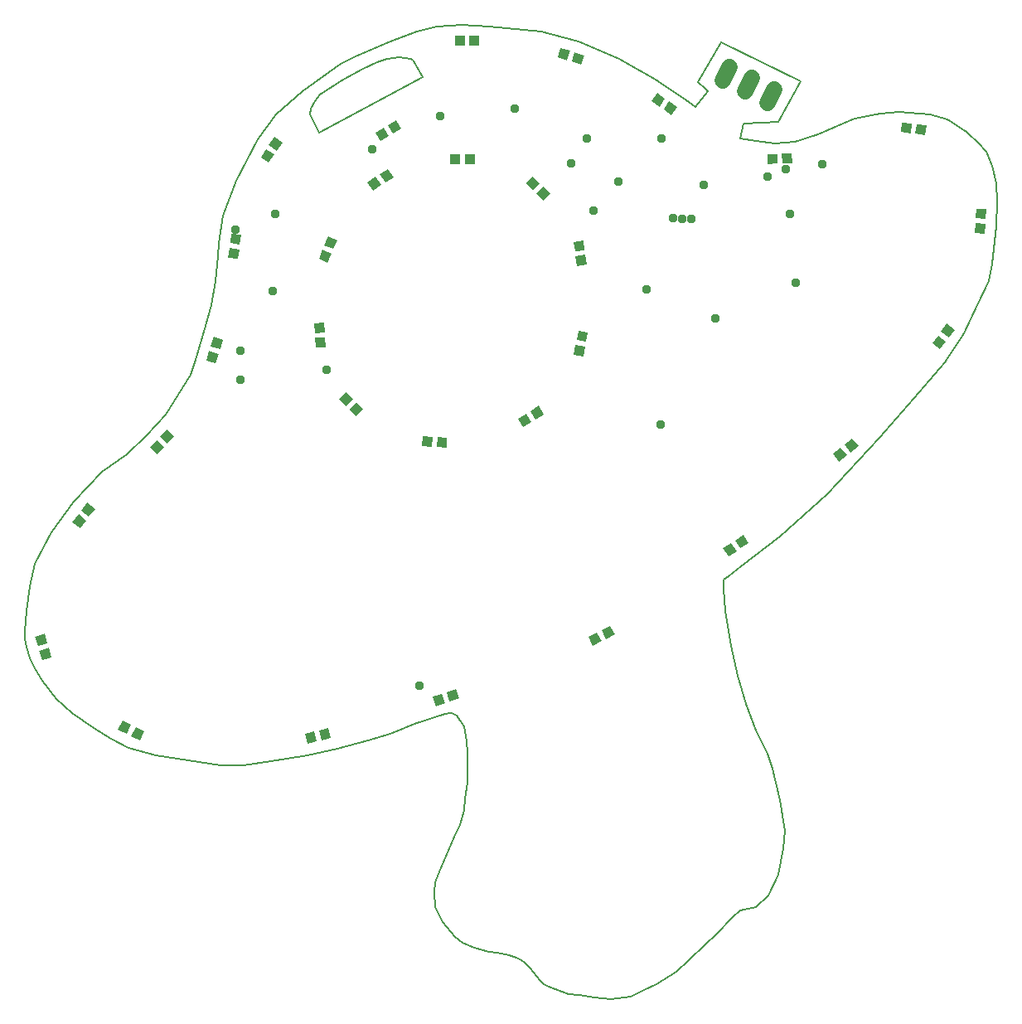
<source format=gts>
G04 EAGLE Gerber RS-274X export*
G75*
%MOMM*%
%FSLAX34Y34*%
%LPD*%
%INSolder Mask top*%
%IPPOS*%
%AMOC8*
5,1,8,0,0,1.08239X$1,22.5*%
G01*
%ADD10C,0.152400*%
%ADD11R,1.003200X1.003200*%
%ADD12R,1.003200X1.003200*%
%ADD13C,1.727200*%
%ADD14C,0.959600*%


D10*
X201930Y241300D02*
X135890Y251460D01*
X107950Y259080D01*
X90170Y267970D01*
X72390Y279400D01*
X50800Y294640D01*
X34290Y308610D01*
X20320Y327660D01*
X12700Y340360D01*
X7620Y350520D01*
X3810Y361950D01*
X2540Y369570D01*
X2540Y378460D01*
X3810Y398780D01*
X7620Y424180D01*
X12700Y447040D01*
X29210Y478790D01*
X52070Y510540D01*
X81280Y541020D01*
X106680Y558800D01*
X127000Y577850D01*
X146050Y599440D01*
X171450Y640080D01*
X176530Y655320D01*
X186690Y689610D01*
X193040Y711200D01*
X196850Y735330D01*
X199390Y760730D01*
X200660Y774700D01*
X204470Y802640D01*
X218440Y838200D01*
X240030Y880110D01*
X259080Y905510D01*
X285750Y929640D01*
X325120Y957580D01*
X340360Y965200D01*
X375920Y980440D01*
X402590Y990600D01*
X422910Y995680D01*
X448310Y996950D01*
X476250Y995680D01*
X529590Y990600D01*
X567690Y980440D01*
X609600Y962660D01*
X646430Y941070D01*
X680720Y918210D01*
X732790Y881380D02*
X749300Y878840D01*
X768350Y876300D01*
X788670Y877570D01*
X812800Y885190D01*
X838200Y896620D01*
X849630Y901700D01*
X876300Y906780D01*
X895350Y908050D01*
X927100Y905510D01*
X944880Y900430D01*
X963930Y887730D01*
X976630Y876300D01*
X984250Y867410D01*
X990600Y853440D01*
X994410Y835660D01*
X995680Y816610D01*
X994410Y791210D01*
X990600Y753110D01*
X986790Y735330D01*
X975360Y711200D01*
X961390Y681990D01*
X942340Y652780D01*
X915670Y622300D01*
X875030Y575310D01*
X821690Y518160D01*
X773430Y474980D01*
X734060Y444500D01*
X721360Y434340D01*
X716280Y430530D01*
X716280Y421640D01*
X717550Y398780D01*
X723900Y363220D01*
X730250Y332740D01*
X739140Y303530D01*
X749300Y276860D01*
X760730Y252730D01*
X765810Y237490D01*
X769620Y223520D01*
X773430Y205740D01*
X778510Y173990D01*
X777240Y156210D01*
X772160Y129540D01*
X762000Y107950D01*
X749300Y96520D01*
X732790Y92710D01*
X725170Y86360D01*
X708660Y68580D01*
X697230Y58420D01*
X680720Y41910D01*
X668020Y30480D01*
X654050Y21590D01*
X647700Y17780D01*
X635000Y11430D01*
X621030Y5080D01*
X600710Y2540D01*
X584200Y3810D01*
X568960Y6350D01*
X557530Y7620D01*
X537210Y15240D01*
X532130Y17780D01*
X528320Y21590D01*
X521970Y29210D01*
X518160Y34290D01*
X513080Y39370D01*
X509270Y41910D01*
X504190Y44450D01*
X496570Y46990D01*
X485140Y49530D01*
X476250Y50800D01*
X461010Y54610D01*
X449580Y59690D01*
X441960Y66040D01*
X429260Y81280D01*
X421640Y96520D01*
X420370Y111760D01*
X421640Y121920D01*
X426720Y134620D01*
X441960Y170180D01*
X447040Y180340D01*
X450850Y195580D01*
X452120Y207010D01*
X454660Y223520D01*
X454660Y254000D01*
X453390Y265430D01*
X450850Y280670D01*
X447040Y287020D01*
X443230Y292100D01*
X438150Y294640D01*
X436880Y294640D01*
X431800Y293370D01*
X400050Y283210D01*
X375920Y273050D01*
X353060Y266700D01*
X321310Y257810D01*
X290830Y251460D01*
X254000Y245110D01*
X226060Y241300D01*
X201930Y241300D01*
X303530Y925830D02*
X327660Y941070D01*
X347980Y952500D01*
X361950Y958850D01*
X372110Y962660D01*
X384810Y963930D01*
X396240Y962660D01*
X398780Y961390D01*
X408686Y944118D01*
X303276Y886968D01*
X293370Y905510D01*
X294640Y911860D01*
X298450Y919480D01*
X303530Y925830D01*
X736600Y896620D02*
X772160Y897890D01*
X697230Y932180D02*
X689610Y938530D01*
X713740Y979170D01*
X795020Y939800D01*
X772160Y897890D01*
X687070Y913130D02*
X680720Y918210D01*
X687070Y913130D02*
X699770Y929640D01*
X697230Y932180D01*
X736600Y896620D02*
X732790Y881380D01*
D11*
X456554Y859546D03*
X441554Y859546D03*
D12*
G36*
X370352Y836136D02*
X364859Y844529D01*
X373252Y850022D01*
X378745Y841629D01*
X370352Y836136D01*
G37*
G36*
X357800Y827922D02*
X352307Y836315D01*
X360700Y841808D01*
X366193Y833415D01*
X357800Y827922D01*
G37*
G36*
X423012Y566086D02*
X423590Y576100D01*
X433604Y575522D01*
X433026Y565508D01*
X423012Y566086D01*
G37*
G36*
X408036Y566950D02*
X408614Y576964D01*
X418628Y576386D01*
X418050Y566372D01*
X408036Y566950D01*
G37*
G36*
X333967Y604520D02*
X340974Y611699D01*
X348153Y604692D01*
X341146Y597513D01*
X333967Y604520D01*
G37*
G36*
X323231Y614996D02*
X330238Y622175D01*
X337417Y615168D01*
X330410Y607989D01*
X323231Y614996D01*
G37*
G36*
X317594Y768133D02*
X308354Y772037D01*
X312258Y781277D01*
X321498Y777373D01*
X317594Y768133D01*
G37*
G36*
X311758Y754315D02*
X302518Y758219D01*
X306422Y767459D01*
X315662Y763555D01*
X311758Y754315D01*
G37*
G36*
X308689Y683018D02*
X298673Y682458D01*
X298113Y692474D01*
X308129Y693034D01*
X308689Y683018D01*
G37*
G36*
X309527Y668042D02*
X299511Y667482D01*
X298951Y677498D01*
X308967Y678058D01*
X309527Y668042D01*
G37*
G36*
X248809Y870283D02*
X257125Y864673D01*
X251515Y856357D01*
X243199Y861967D01*
X248809Y870283D01*
G37*
G36*
X257197Y882719D02*
X265513Y877109D01*
X259903Y868793D01*
X251587Y874403D01*
X257197Y882719D01*
G37*
G36*
X190664Y664045D02*
X200246Y661079D01*
X197280Y651497D01*
X187698Y654463D01*
X190664Y664045D01*
G37*
G36*
X195100Y678375D02*
X204682Y675409D01*
X201716Y665827D01*
X192134Y668793D01*
X195100Y678375D01*
G37*
G36*
X656317Y921936D02*
X650635Y913670D01*
X642369Y919352D01*
X648051Y927618D01*
X656317Y921936D01*
G37*
G36*
X668679Y913440D02*
X662997Y905174D01*
X654731Y910856D01*
X660413Y919122D01*
X668679Y913440D01*
G37*
G36*
X770705Y865345D02*
X771196Y855326D01*
X761177Y854835D01*
X760686Y864854D01*
X770705Y865345D01*
G37*
G36*
X785687Y866077D02*
X786178Y856058D01*
X776159Y855567D01*
X775668Y865586D01*
X785687Y866077D01*
G37*
G36*
X136947Y573068D02*
X144175Y566112D01*
X137219Y558884D01*
X129991Y565840D01*
X136947Y573068D01*
G37*
G36*
X147349Y583876D02*
X154577Y576920D01*
X147621Y569692D01*
X140393Y576648D01*
X147349Y583876D01*
G37*
G36*
X67920Y495004D02*
X60026Y501194D01*
X66216Y509088D01*
X74110Y502898D01*
X67920Y495004D01*
G37*
G36*
X58664Y483200D02*
X50770Y489390D01*
X56960Y497284D01*
X64854Y491094D01*
X58664Y483200D01*
G37*
G36*
X524083Y594320D02*
X518962Y602945D01*
X527587Y608066D01*
X532708Y599441D01*
X524083Y594320D01*
G37*
G36*
X511185Y586662D02*
X506064Y595287D01*
X514689Y600408D01*
X519810Y591783D01*
X511185Y586662D01*
G37*
G36*
X575625Y673384D02*
X565768Y675247D01*
X567631Y685104D01*
X577488Y683241D01*
X575625Y673384D01*
G37*
G36*
X572841Y658644D02*
X562984Y660507D01*
X564847Y670364D01*
X574704Y668501D01*
X572841Y658644D01*
G37*
G36*
X17016Y358182D02*
X26639Y361015D01*
X29472Y351392D01*
X19849Y348559D01*
X17016Y358182D01*
G37*
G36*
X12780Y372572D02*
X22403Y375405D01*
X25236Y365782D01*
X15613Y362949D01*
X12780Y372572D01*
G37*
G36*
X111007Y270940D02*
X115374Y279971D01*
X124405Y275604D01*
X120038Y266573D01*
X111007Y270940D01*
G37*
G36*
X97503Y277468D02*
X101870Y286499D01*
X110901Y282132D01*
X106534Y273101D01*
X97503Y277468D01*
G37*
G36*
X524596Y824820D02*
X531652Y831950D01*
X538782Y824894D01*
X531726Y817764D01*
X524596Y824820D01*
G37*
G36*
X513934Y835370D02*
X520990Y842500D01*
X528120Y835444D01*
X521064Y828314D01*
X513934Y835370D01*
G37*
G36*
X564898Y760829D02*
X574836Y762191D01*
X576198Y752253D01*
X566260Y750891D01*
X564898Y760829D01*
G37*
G36*
X562862Y775691D02*
X572800Y777053D01*
X574162Y767115D01*
X564224Y765753D01*
X562862Y775691D01*
G37*
G36*
X378454Y886148D02*
X373318Y894764D01*
X381934Y899900D01*
X387070Y891284D01*
X378454Y886148D01*
G37*
G36*
X365570Y878468D02*
X360434Y887084D01*
X369050Y892220D01*
X374186Y883604D01*
X365570Y878468D01*
G37*
D11*
X461516Y980756D03*
X446516Y980756D03*
D12*
G36*
X733339Y462447D02*
X727817Y470821D01*
X736191Y476343D01*
X741713Y467969D01*
X733339Y462447D01*
G37*
G36*
X720817Y454189D02*
X715295Y462563D01*
X723669Y468085D01*
X729191Y459711D01*
X720817Y454189D01*
G37*
G36*
X595811Y370077D02*
X591319Y379047D01*
X600289Y383539D01*
X604781Y374569D01*
X595811Y370077D01*
G37*
G36*
X582399Y363361D02*
X577907Y372331D01*
X586877Y376823D01*
X591369Y367853D01*
X582399Y363361D01*
G37*
G36*
X428260Y314145D02*
X431510Y304655D01*
X422020Y301405D01*
X418770Y310895D01*
X428260Y314145D01*
G37*
G36*
X442452Y319003D02*
X445702Y309513D01*
X436212Y306263D01*
X432962Y315753D01*
X442452Y319003D01*
G37*
G36*
X297923Y275327D02*
X300401Y265607D01*
X290681Y263129D01*
X288203Y272849D01*
X297923Y275327D01*
G37*
G36*
X312459Y279031D02*
X314937Y269311D01*
X305217Y266833D01*
X302739Y276553D01*
X312459Y279031D01*
G37*
G36*
X946140Y677868D02*
X938087Y683849D01*
X944068Y691902D01*
X952121Y685921D01*
X946140Y677868D01*
G37*
G36*
X937196Y665826D02*
X929143Y671807D01*
X935124Y679860D01*
X943177Y673879D01*
X937196Y665826D01*
G37*
G36*
X845869Y560563D02*
X839624Y568414D01*
X847475Y574659D01*
X853720Y566808D01*
X845869Y560563D01*
G37*
G36*
X834129Y551225D02*
X827884Y559076D01*
X835735Y565321D01*
X841980Y557470D01*
X834129Y551225D01*
G37*
G36*
X908173Y896373D02*
X907003Y886411D01*
X897041Y887581D01*
X898211Y897543D01*
X908173Y896373D01*
G37*
G36*
X923071Y894623D02*
X921901Y884661D01*
X911939Y885831D01*
X913109Y895793D01*
X923071Y894623D01*
G37*
G36*
X983551Y798883D02*
X973542Y799548D01*
X974207Y809557D01*
X984216Y808892D01*
X983551Y798883D01*
G37*
G36*
X982557Y783915D02*
X972548Y784580D01*
X973213Y794589D01*
X983222Y793924D01*
X982557Y783915D01*
G37*
G36*
X221901Y772786D02*
X211966Y774165D01*
X213345Y784100D01*
X223280Y782721D01*
X221901Y772786D01*
G37*
G36*
X219839Y757928D02*
X209904Y759307D01*
X211283Y769242D01*
X221218Y767863D01*
X219839Y757928D01*
G37*
G36*
X559117Y970602D02*
X556151Y961020D01*
X546569Y963986D01*
X549535Y973568D01*
X559117Y970602D01*
G37*
G36*
X573447Y966166D02*
X570481Y956584D01*
X560899Y959550D01*
X563865Y969132D01*
X573447Y966166D01*
G37*
D13*
X761011Y917837D02*
X767811Y931476D01*
X745080Y942809D02*
X738280Y929171D01*
X715549Y940504D02*
X722349Y954143D01*
D14*
X707392Y697232D03*
X405332Y322580D03*
X255270Y725170D03*
X576580Y881380D03*
X356870Y869950D03*
X426720Y904240D03*
X502920Y911860D03*
X789940Y734060D03*
X783590Y803910D03*
X816610Y854710D03*
X651510Y589280D03*
X257810Y803910D03*
X359250Y834865D03*
X456554Y859546D03*
X413332Y571668D03*
X722243Y461137D03*
X917505Y890227D03*
X978879Y804220D03*
X582899Y807751D03*
X652388Y880748D03*
X760730Y842010D03*
X598050Y376808D03*
X330324Y615082D03*
X303401Y687746D03*
X117706Y273272D03*
X294302Y269228D03*
X439332Y312633D03*
X309090Y760887D03*
X428308Y570814D03*
X446516Y980756D03*
X380194Y893024D03*
X521027Y835407D03*
X258550Y875756D03*
X570548Y756541D03*
X215561Y763585D03*
X67068Y502046D03*
X371802Y843079D03*
X846672Y567611D03*
X936160Y672843D03*
X217366Y788386D03*
X367310Y885344D03*
X461516Y980756D03*
X552843Y967294D03*
X608330Y836930D03*
X147485Y576784D03*
X560070Y855980D03*
X217623Y778443D03*
X531689Y824857D03*
X649343Y920644D03*
X780923Y860822D03*
X567173Y962858D03*
X902607Y891977D03*
X977885Y789252D03*
X637540Y726830D03*
X308838Y272932D03*
X425140Y307775D03*
X23244Y354787D03*
X222250Y664094D03*
X584638Y370092D03*
X734765Y469395D03*
X945104Y684885D03*
X834932Y558273D03*
X765941Y860090D03*
X661705Y912148D03*
X779874Y850115D03*
X310231Y644834D03*
X222250Y635000D03*
X664210Y800100D03*
X673806Y798830D03*
X683402Y798830D03*
X695867Y834012D03*
M02*

</source>
